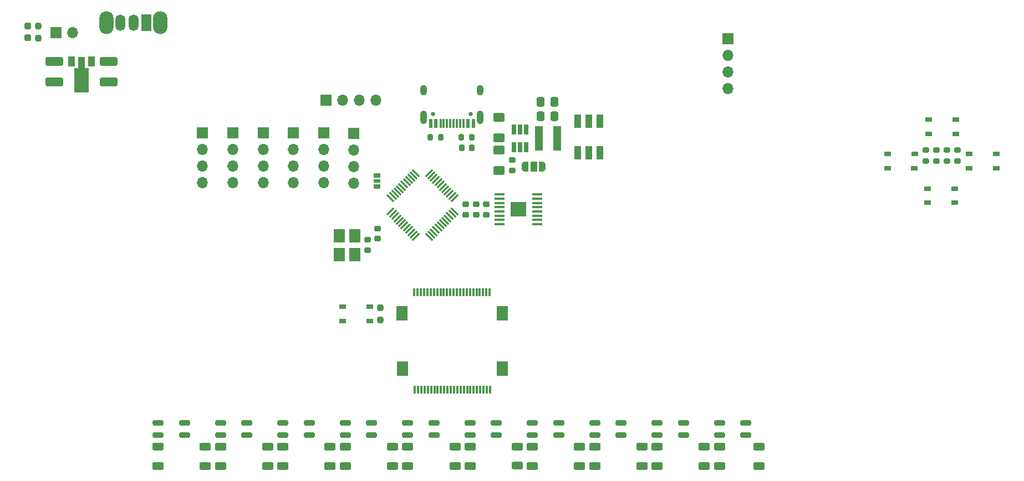
<source format=gbr>
%TF.GenerationSoftware,KiCad,Pcbnew,8.0.3*%
%TF.CreationDate,2024-10-06T13:34:10+03:00*%
%TF.ProjectId,Linefollower V6,4c696e65-666f-46c6-9c6f-776572205636,rev?*%
%TF.SameCoordinates,Original*%
%TF.FileFunction,Soldermask,Top*%
%TF.FilePolarity,Negative*%
%FSLAX46Y46*%
G04 Gerber Fmt 4.6, Leading zero omitted, Abs format (unit mm)*
G04 Created by KiCad (PCBNEW 8.0.3) date 2024-10-06 13:34:10*
%MOMM*%
%LPD*%
G01*
G04 APERTURE LIST*
G04 Aperture macros list*
%AMRoundRect*
0 Rectangle with rounded corners*
0 $1 Rounding radius*
0 $2 $3 $4 $5 $6 $7 $8 $9 X,Y pos of 4 corners*
0 Add a 4 corners polygon primitive as box body*
4,1,4,$2,$3,$4,$5,$6,$7,$8,$9,$2,$3,0*
0 Add four circle primitives for the rounded corners*
1,1,$1+$1,$2,$3*
1,1,$1+$1,$4,$5*
1,1,$1+$1,$6,$7*
1,1,$1+$1,$8,$9*
0 Add four rect primitives between the rounded corners*
20,1,$1+$1,$2,$3,$4,$5,0*
20,1,$1+$1,$4,$5,$6,$7,0*
20,1,$1+$1,$6,$7,$8,$9,0*
20,1,$1+$1,$8,$9,$2,$3,0*%
%AMOutline5P*
0 Free polygon, 5 corners , with rotation*
0 The origin of the aperture is its center*
0 number of corners: always 5*
0 $1 to $10 corner X, Y*
0 $11 Rotation angle, in degrees counterclockwise*
0 create outline with 5 corners*
4,1,5,$1,$2,$3,$4,$5,$6,$7,$8,$9,$10,$1,$2,$11*%
%AMOutline6P*
0 Free polygon, 6 corners , with rotation*
0 The origin of the aperture is its center*
0 number of corners: always 6*
0 $1 to $12 corner X, Y*
0 $13 Rotation angle, in degrees counterclockwise*
0 create outline with 6 corners*
4,1,6,$1,$2,$3,$4,$5,$6,$7,$8,$9,$10,$11,$12,$1,$2,$13*%
%AMOutline7P*
0 Free polygon, 7 corners , with rotation*
0 The origin of the aperture is its center*
0 number of corners: always 7*
0 $1 to $14 corner X, Y*
0 $15 Rotation angle, in degrees counterclockwise*
0 create outline with 7 corners*
4,1,7,$1,$2,$3,$4,$5,$6,$7,$8,$9,$10,$11,$12,$13,$14,$1,$2,$15*%
%AMOutline8P*
0 Free polygon, 8 corners , with rotation*
0 The origin of the aperture is its center*
0 number of corners: always 8*
0 $1 to $16 corner X, Y*
0 $17 Rotation angle, in degrees counterclockwise*
0 create outline with 8 corners*
4,1,8,$1,$2,$3,$4,$5,$6,$7,$8,$9,$10,$11,$12,$13,$14,$15,$16,$1,$2,$17*%
%AMFreePoly0*
4,1,19,0.550000,-0.750000,0.000000,-0.750000,0.000000,-0.744911,-0.071157,-0.744911,-0.207708,-0.704816,-0.327430,-0.627875,-0.420627,-0.520320,-0.479746,-0.390866,-0.500000,-0.250000,-0.500000,0.250000,-0.479746,0.390866,-0.420627,0.520320,-0.327430,0.627875,-0.207708,0.704816,-0.071157,0.744911,0.000000,0.744911,0.000000,0.750000,0.550000,0.750000,0.550000,-0.750000,0.550000,-0.750000,
$1*%
%AMFreePoly1*
4,1,19,0.000000,0.744911,0.071157,0.744911,0.207708,0.704816,0.327430,0.627875,0.420627,0.520320,0.479746,0.390866,0.500000,0.250000,0.500000,-0.250000,0.479746,-0.390866,0.420627,-0.520320,0.327430,-0.627875,0.207708,-0.704816,0.071157,-0.744911,0.000000,-0.744911,0.000000,-0.750000,-0.550000,-0.750000,-0.550000,0.750000,0.000000,0.750000,0.000000,0.744911,0.000000,0.744911,
$1*%
G04 Aperture macros list end*
%ADD10RoundRect,0.225000X-0.250000X0.225000X-0.250000X-0.225000X0.250000X-0.225000X0.250000X0.225000X0*%
%ADD11R,1.700000X1.700000*%
%ADD12O,1.700000X1.700000*%
%ADD13O,2.200000X3.500000*%
%ADD14R,1.500000X2.500000*%
%ADD15O,1.500000X2.500000*%
%ADD16RoundRect,0.250000X0.625000X-0.312500X0.625000X0.312500X-0.625000X0.312500X-0.625000X-0.312500X0*%
%ADD17R,1.200000X3.700000*%
%ADD18RoundRect,0.197500X0.632500X-0.197500X0.632500X0.197500X-0.632500X0.197500X-0.632500X-0.197500X0*%
%ADD19RoundRect,0.237500X0.237500X-0.250000X0.237500X0.250000X-0.237500X0.250000X-0.237500X-0.250000X0*%
%ADD20R,0.300000X1.300000*%
%ADD21R,1.800000X2.200000*%
%ADD22R,1.050000X0.650000*%
%ADD23RoundRect,0.200000X-0.275000X0.200000X-0.275000X-0.200000X0.275000X-0.200000X0.275000X0.200000X0*%
%ADD24RoundRect,0.237500X-0.237500X0.250000X-0.237500X-0.250000X0.237500X-0.250000X0.237500X0.250000X0*%
%ADD25RoundRect,0.200000X0.275000X-0.200000X0.275000X0.200000X-0.275000X0.200000X-0.275000X-0.200000X0*%
%ADD26R,0.650000X1.560000*%
%ADD27R,1.800000X2.100000*%
%ADD28RoundRect,0.250000X0.337500X0.475000X-0.337500X0.475000X-0.337500X-0.475000X0.337500X-0.475000X0*%
%ADD29FreePoly0,0.000000*%
%ADD30R,1.000000X1.500000*%
%ADD31FreePoly1,0.000000*%
%ADD32RoundRect,0.218750X0.256250X-0.218750X0.256250X0.218750X-0.256250X0.218750X-0.256250X-0.218750X0*%
%ADD33RoundRect,0.200000X-0.200000X-0.275000X0.200000X-0.275000X0.200000X0.275000X-0.200000X0.275000X0*%
%ADD34RoundRect,0.075000X-0.415425X-0.521491X0.521491X0.415425X0.415425X0.521491X-0.521491X-0.415425X0*%
%ADD35RoundRect,0.075000X0.415425X-0.521491X0.521491X-0.415425X-0.415425X0.521491X-0.521491X0.415425X0*%
%ADD36RoundRect,0.225000X-0.225000X-0.250000X0.225000X-0.250000X0.225000X0.250000X-0.225000X0.250000X0*%
%ADD37R,2.200000X3.700000*%
%ADD38R,1.000000X1.800000*%
%ADD39R,2.460000X2.310000*%
%ADD40RoundRect,0.100000X0.687500X0.100000X-0.687500X0.100000X-0.687500X-0.100000X0.687500X-0.100000X0*%
%ADD41RoundRect,0.250000X1.100000X-0.412500X1.100000X0.412500X-1.100000X0.412500X-1.100000X-0.412500X0*%
%ADD42RoundRect,0.200000X0.200000X0.275000X-0.200000X0.275000X-0.200000X-0.275000X0.200000X-0.275000X0*%
%ADD43RoundRect,0.250000X-0.625000X0.400000X-0.625000X-0.400000X0.625000X-0.400000X0.625000X0.400000X0*%
%ADD44RoundRect,0.237500X0.237500X-0.287500X0.237500X0.287500X-0.237500X0.287500X-0.237500X-0.287500X0*%
%ADD45RoundRect,0.225000X0.250000X-0.225000X0.250000X0.225000X-0.250000X0.225000X-0.250000X-0.225000X0*%
%ADD46C,0.650000*%
%ADD47R,0.600000X1.450000*%
%ADD48R,0.300000X1.450000*%
%ADD49O,1.000000X2.100000*%
%ADD50O,1.000000X1.600000*%
%ADD51R,1.100000X2.000000*%
%ADD52Outline6P,-0.300000X0.380000X-0.180000X0.500000X0.300000X0.500000X0.300000X-0.500000X-0.180000X-0.500000X-0.300000X-0.380000X270.000000*%
%ADD53R,1.000000X0.600000*%
%ADD54Outline6P,-0.300000X0.380000X-0.180000X0.500000X0.300000X0.500000X0.300000X-0.500000X-0.180000X-0.500000X-0.300000X-0.380000X90.000000*%
%ADD55RoundRect,0.250000X-0.337500X-0.475000X0.337500X-0.475000X0.337500X0.475000X-0.337500X0.475000X0*%
G04 APERTURE END LIST*
D10*
%TO.C,C6*%
X157366949Y-90596632D03*
X157366949Y-92146632D03*
%TD*%
D11*
%TO.C,J1*%
X93215000Y-64353072D03*
D12*
X95755000Y-64353072D03*
%TD*%
D13*
%TO.C,SW1*%
X109140000Y-62790572D03*
X100940000Y-62790572D03*
D14*
X107040000Y-62790572D03*
D15*
X105040000Y-62790572D03*
X103040000Y-62790572D03*
%TD*%
D16*
%TO.C,R25*%
X125545000Y-130580572D03*
X125545000Y-127655572D03*
%TD*%
D17*
%TO.C,L1*%
X169765000Y-80505572D03*
X166965000Y-80505572D03*
%TD*%
D18*
%TO.C,U12*%
X169980000Y-125839322D03*
X165980000Y-125839322D03*
X169980000Y-124039322D03*
X165980000Y-124039322D03*
%TD*%
D11*
%TO.C,J8*%
X120220625Y-79660572D03*
D12*
X120220625Y-82200572D03*
X120220625Y-84740572D03*
X120220625Y-87280572D03*
%TD*%
D16*
%TO.C,R14*%
X200580000Y-130576822D03*
X200580000Y-127651822D03*
%TD*%
D19*
%TO.C,R2*%
X142765000Y-108253072D03*
X142765000Y-106428072D03*
%TD*%
D20*
%TO.C,J14*%
X159505000Y-118936822D03*
X159005000Y-118936822D03*
X158505000Y-118936822D03*
X158005000Y-118936822D03*
X157505000Y-118936822D03*
X157005000Y-118936822D03*
X156505000Y-118936822D03*
X156005000Y-118936822D03*
X155505000Y-118936822D03*
X155005000Y-118936822D03*
X154505000Y-118936822D03*
X154005000Y-118936822D03*
X153505000Y-118936822D03*
X153005000Y-118936822D03*
X152505000Y-118936822D03*
X152005000Y-118936822D03*
X151505000Y-118936822D03*
X151005000Y-118936822D03*
X150505000Y-118936822D03*
X150005000Y-118936822D03*
X149505000Y-118936822D03*
X149005000Y-118936822D03*
X148505000Y-118936822D03*
X148005000Y-118936822D03*
D21*
X161405000Y-115686822D03*
X146105000Y-115686822D03*
%TD*%
D18*
%TO.C,U8*%
X189030000Y-125839322D03*
X185030000Y-125839322D03*
X189030000Y-124039322D03*
X185030000Y-124039322D03*
%TD*%
%TO.C,U6*%
X198555000Y-125839322D03*
X194555000Y-125839322D03*
X198555000Y-124039322D03*
X194555000Y-124039322D03*
%TD*%
D16*
%TO.C,R29*%
X116020000Y-130580572D03*
X116020000Y-127655572D03*
%TD*%
D22*
%TO.C,SW2*%
X141140000Y-108415572D03*
X136990000Y-108415572D03*
X141140000Y-106265572D03*
X137015000Y-106265572D03*
%TD*%
D23*
%TO.C,R10*%
X226070625Y-82280572D03*
X226070625Y-83930572D03*
%TD*%
D24*
%TO.C,R1*%
X90490000Y-63315572D03*
X90490000Y-65140572D03*
%TD*%
D25*
%TO.C,R8*%
X230870625Y-83930572D03*
X230870625Y-82280572D03*
%TD*%
D16*
%TO.C,R20*%
X175505000Y-130576822D03*
X175505000Y-127651822D03*
%TD*%
D18*
%TO.C,U14*%
X160455000Y-125839322D03*
X156455000Y-125839322D03*
X160455000Y-124039322D03*
X156455000Y-124039322D03*
%TD*%
D16*
%TO.C,R16*%
X185030000Y-130576822D03*
X185030000Y-127651822D03*
%TD*%
D11*
%TO.C,J10*%
X129420625Y-79660572D03*
D12*
X129420625Y-82200572D03*
X129420625Y-84740572D03*
X129420625Y-87280572D03*
%TD*%
D11*
%TO.C,J5*%
X195820625Y-65205572D03*
D12*
X195820625Y-67745572D03*
X195820625Y-70285572D03*
X195820625Y-72825572D03*
%TD*%
D16*
%TO.C,R28*%
X156480000Y-130576822D03*
X156480000Y-127651822D03*
%TD*%
D26*
%TO.C,U5*%
X165025500Y-79105572D03*
X164075500Y-79105572D03*
X163125500Y-79105572D03*
X163125500Y-81805572D03*
X164075500Y-81805572D03*
X165025500Y-81805572D03*
%TD*%
D16*
%TO.C,R27*%
X108820000Y-130580572D03*
X108820000Y-127655572D03*
%TD*%
D27*
%TO.C,Y2*%
X138820625Y-98255572D03*
X138820625Y-95355572D03*
X136520625Y-95355572D03*
X136520625Y-98255572D03*
%TD*%
D22*
%TO.C,SW5*%
X236795625Y-85030572D03*
X232645625Y-85030572D03*
X236795625Y-82880572D03*
X232670625Y-82880572D03*
%TD*%
D18*
%TO.C,U13*%
X112820000Y-125843072D03*
X108820000Y-125843072D03*
X112820000Y-124043072D03*
X108820000Y-124043072D03*
%TD*%
D22*
%TO.C,SW7*%
X230445625Y-90330572D03*
X226295625Y-90330572D03*
X230445625Y-88180572D03*
X226320625Y-88180572D03*
%TD*%
D28*
%TO.C,C12*%
X169327500Y-77080572D03*
X167252500Y-77080572D03*
%TD*%
D29*
%TO.C,JP1*%
X164865000Y-84805572D03*
D30*
X166165000Y-84805572D03*
D31*
X167465000Y-84805572D03*
%TD*%
D11*
%TO.C,J11*%
X134070625Y-79660572D03*
D12*
X134070625Y-82200572D03*
X134070625Y-84740572D03*
X134070625Y-87280572D03*
%TD*%
D32*
%TO.C,D2*%
X162940000Y-85393072D03*
X162940000Y-83818072D03*
%TD*%
D33*
%TO.C,R3*%
X155105000Y-80320572D03*
X156755000Y-80320572D03*
%TD*%
D10*
%TO.C,C2*%
X158916949Y-90596632D03*
X158916949Y-92146632D03*
%TD*%
D22*
%TO.C,SW6*%
X226495625Y-77630572D03*
X230645625Y-77630572D03*
X226495625Y-79780572D03*
X230620625Y-79780572D03*
%TD*%
D16*
%TO.C,R12*%
X194555000Y-130576822D03*
X194555000Y-127651822D03*
%TD*%
D34*
%TO.C,U1*%
X144302124Y-91668205D03*
X144655678Y-92021759D03*
X145009231Y-92375312D03*
X145362785Y-92728866D03*
X145716338Y-93082419D03*
X146069891Y-93435972D03*
X146423445Y-93789526D03*
X146776998Y-94143079D03*
X147130551Y-94496632D03*
X147484105Y-94850186D03*
X147837658Y-95203739D03*
X148191212Y-95557293D03*
D35*
X150188788Y-95557293D03*
X150542342Y-95203739D03*
X150895895Y-94850186D03*
X151249449Y-94496632D03*
X151603002Y-94143079D03*
X151956555Y-93789526D03*
X152310109Y-93435972D03*
X152663662Y-93082419D03*
X153017215Y-92728866D03*
X153370769Y-92375312D03*
X153724322Y-92021759D03*
X154077876Y-91668205D03*
D34*
X154077876Y-89670629D03*
X153724322Y-89317075D03*
X153370769Y-88963522D03*
X153017215Y-88609968D03*
X152663662Y-88256415D03*
X152310109Y-87902862D03*
X151956555Y-87549308D03*
X151603002Y-87195755D03*
X151249449Y-86842202D03*
X150895895Y-86488648D03*
X150542342Y-86135095D03*
X150188788Y-85781541D03*
D35*
X148191212Y-85781541D03*
X147837658Y-86135095D03*
X147484105Y-86488648D03*
X147130551Y-86842202D03*
X146776998Y-87195755D03*
X146423445Y-87549308D03*
X146069891Y-87902862D03*
X145716338Y-88256415D03*
X145362785Y-88609968D03*
X145009231Y-88963522D03*
X144655678Y-89317075D03*
X144302124Y-89670629D03*
%TD*%
D18*
%TO.C,U7*%
X141405000Y-125839322D03*
X137405000Y-125839322D03*
X141405000Y-124039322D03*
X137405000Y-124039322D03*
%TD*%
D22*
%TO.C,SW4*%
X220190625Y-82885572D03*
X224340625Y-82885572D03*
X220190625Y-85035572D03*
X224315625Y-85035572D03*
%TD*%
D16*
%TO.C,R18*%
X192230000Y-130576822D03*
X192230000Y-127651822D03*
%TD*%
D36*
%TO.C,C1*%
X155155000Y-81920572D03*
X156705000Y-81920572D03*
%TD*%
D30*
%TO.C,U3*%
X98620000Y-68710572D03*
D37*
X97120000Y-71610572D03*
D38*
X97120000Y-68860572D03*
D30*
X95620000Y-68710572D03*
%TD*%
D10*
%TO.C,C16*%
X140795625Y-96005572D03*
X140795625Y-97555572D03*
%TD*%
D18*
%TO.C,U9*%
X131880000Y-125839322D03*
X127880000Y-125839322D03*
X131880000Y-124039322D03*
X127880000Y-124039322D03*
%TD*%
D11*
%TO.C,J9*%
X124870625Y-79660572D03*
D12*
X124870625Y-82200572D03*
X124870625Y-84740572D03*
X124870625Y-87280572D03*
%TD*%
D39*
%TO.C,U4*%
X163816949Y-91346632D03*
D40*
X166679449Y-93621632D03*
X166679449Y-92971632D03*
X166679449Y-92321632D03*
X166679449Y-91671632D03*
X166679449Y-91021632D03*
X166679449Y-90371632D03*
X166679449Y-89721632D03*
X166679449Y-89071632D03*
X160954449Y-89071632D03*
X160954449Y-89721632D03*
X160954449Y-90371632D03*
X160954449Y-91021632D03*
X160954449Y-91671632D03*
X160954449Y-92321632D03*
X160954449Y-92971632D03*
X160954449Y-93621632D03*
%TD*%
D41*
%TO.C,C4*%
X101280000Y-71833072D03*
X101280000Y-68708072D03*
%TD*%
%TO.C,C3*%
X92960000Y-71833072D03*
X92960000Y-68708072D03*
%TD*%
D11*
%TO.C,J7*%
X115570625Y-79660572D03*
D12*
X115570625Y-82200572D03*
X115570625Y-84740572D03*
X115570625Y-87280572D03*
%TD*%
D16*
%TO.C,R22*%
X182705000Y-130576822D03*
X182705000Y-127651822D03*
%TD*%
%TO.C,R13*%
X154155000Y-130576822D03*
X154155000Y-127651822D03*
%TD*%
%TO.C,R21*%
X135080000Y-130576822D03*
X135080000Y-127651822D03*
%TD*%
D11*
%TO.C,J3*%
X134440000Y-74615572D03*
D12*
X136980000Y-74615572D03*
X139520000Y-74615572D03*
X142060000Y-74615572D03*
%TD*%
D42*
%TO.C,R4*%
X152005000Y-80310572D03*
X150355000Y-80310572D03*
%TD*%
D16*
%TO.C,R24*%
X165980000Y-130576822D03*
X165980000Y-127651822D03*
%TD*%
D23*
%TO.C,R7*%
X227670625Y-82280572D03*
X227670625Y-83930572D03*
%TD*%
D25*
%TO.C,R9*%
X229270625Y-83930572D03*
X229270625Y-82280572D03*
%TD*%
D43*
%TO.C,R6*%
X160865000Y-82280572D03*
X160865000Y-85380572D03*
%TD*%
D44*
%TO.C,D1*%
X88865000Y-65078072D03*
X88865000Y-63328072D03*
%TD*%
D16*
%TO.C,R15*%
X137405000Y-130576822D03*
X137405000Y-127651822D03*
%TD*%
D11*
%TO.C,J12*%
X138670625Y-79705572D03*
D12*
X138670625Y-82245572D03*
X138670625Y-84785572D03*
X138670625Y-87325572D03*
%TD*%
D45*
%TO.C,C15*%
X142345625Y-95830572D03*
X142345625Y-94280572D03*
%TD*%
D16*
%TO.C,R23*%
X118345000Y-130580572D03*
X118345000Y-127655572D03*
%TD*%
D46*
%TO.C,J2*%
X156580000Y-76740572D03*
X150800000Y-76740572D03*
D47*
X156940000Y-78185572D03*
X156140000Y-78185572D03*
D48*
X154940000Y-78185572D03*
X153940000Y-78185572D03*
X153440000Y-78185572D03*
X152440000Y-78185572D03*
D47*
X150440000Y-78185572D03*
X151240000Y-78185572D03*
D48*
X151940000Y-78185572D03*
X152940000Y-78185572D03*
X154440000Y-78185572D03*
X155440000Y-78185572D03*
D49*
X158010000Y-77270572D03*
D50*
X158010000Y-73090572D03*
D49*
X149370000Y-77270572D03*
D50*
X149370000Y-73090572D03*
%TD*%
D16*
%TO.C,R30*%
X163655000Y-130564322D03*
X163655000Y-127639322D03*
%TD*%
D51*
%TO.C,D3*%
X176295625Y-77880572D03*
X174595625Y-77880572D03*
X172895625Y-77880572D03*
X172895625Y-82680572D03*
X174595625Y-82680572D03*
X176295625Y-82680572D03*
%TD*%
D43*
%TO.C,R5*%
X160865000Y-77280572D03*
X160865000Y-80380572D03*
%TD*%
D18*
%TO.C,U10*%
X179505000Y-125839322D03*
X175505000Y-125839322D03*
X179505000Y-124039322D03*
X175505000Y-124039322D03*
%TD*%
D52*
%TO.C,SW3*%
X142270625Y-86130572D03*
D53*
X142270625Y-86980572D03*
D54*
X142270625Y-87830572D03*
%TD*%
D20*
%TO.C,J4*%
X147940000Y-104015572D03*
X148440000Y-104015572D03*
X148940000Y-104015572D03*
X149440000Y-104015572D03*
X149940000Y-104015572D03*
X150440000Y-104015572D03*
X150940000Y-104015572D03*
X151440000Y-104015572D03*
X151940000Y-104015572D03*
X152440000Y-104015572D03*
X152940000Y-104015572D03*
X153440000Y-104015572D03*
X153940000Y-104015572D03*
X154440000Y-104015572D03*
X154940000Y-104015572D03*
X155440000Y-104015572D03*
X155940000Y-104015572D03*
X156440000Y-104015572D03*
X156940000Y-104015572D03*
X157440000Y-104015572D03*
X157940000Y-104015572D03*
X158440000Y-104015572D03*
X158940000Y-104015572D03*
X159440000Y-104015572D03*
D21*
X146040000Y-107265572D03*
X161340000Y-107265572D03*
%TD*%
D10*
%TO.C,C5*%
X155816949Y-90596632D03*
X155816949Y-92146632D03*
%TD*%
D16*
%TO.C,R19*%
X127880000Y-130576822D03*
X127880000Y-127651822D03*
%TD*%
%TO.C,R26*%
X173180000Y-130576822D03*
X173180000Y-127651822D03*
%TD*%
D18*
%TO.C,U11*%
X122345000Y-125843072D03*
X118345000Y-125843072D03*
X122345000Y-124043072D03*
X118345000Y-124043072D03*
%TD*%
D55*
%TO.C,C9*%
X167252500Y-74930572D03*
X169327500Y-74930572D03*
%TD*%
D18*
%TO.C,U2*%
X150930000Y-125839322D03*
X146930000Y-125839322D03*
X150930000Y-124039322D03*
X146930000Y-124039322D03*
%TD*%
D16*
%TO.C,R17*%
X144605000Y-130576822D03*
X144605000Y-127651822D03*
%TD*%
%TO.C,R11*%
X146930000Y-130576822D03*
X146930000Y-127651822D03*
%TD*%
M02*

</source>
